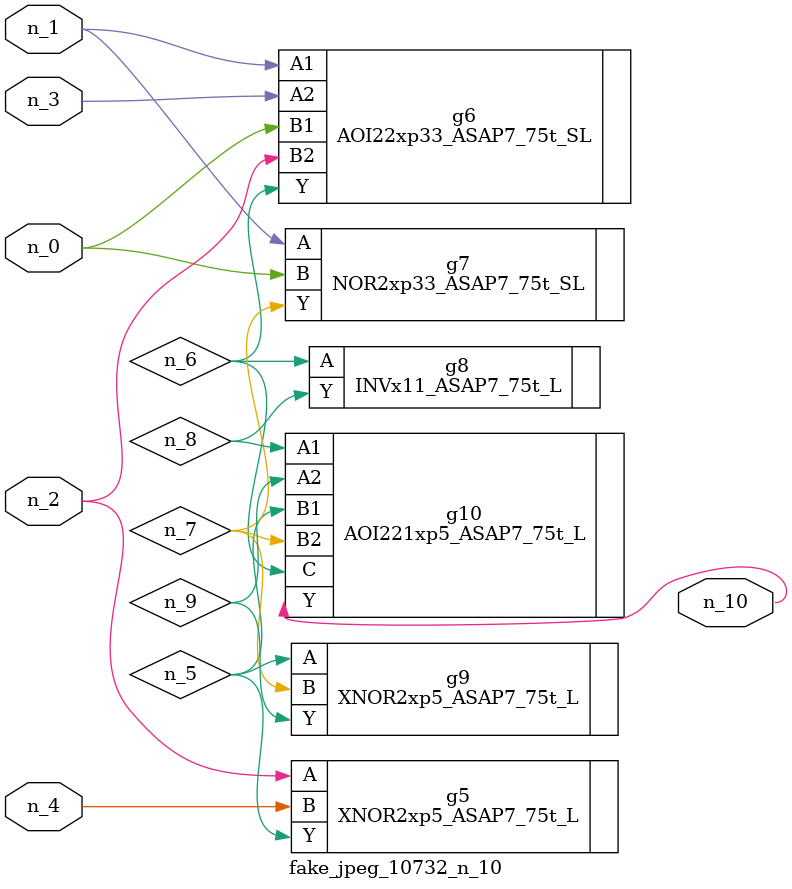
<source format=v>
module fake_jpeg_10732_n_10 (n_3, n_2, n_1, n_0, n_4, n_10);

input n_3;
input n_2;
input n_1;
input n_0;
input n_4;

output n_10;

wire n_8;
wire n_9;
wire n_6;
wire n_5;
wire n_7;

XNOR2xp5_ASAP7_75t_L g5 ( 
.A(n_2),
.B(n_4),
.Y(n_5)
);

AOI22xp33_ASAP7_75t_SL g6 ( 
.A1(n_1),
.A2(n_3),
.B1(n_0),
.B2(n_2),
.Y(n_6)
);

NOR2xp33_ASAP7_75t_SL g7 ( 
.A(n_1),
.B(n_0),
.Y(n_7)
);

INVx11_ASAP7_75t_L g8 ( 
.A(n_6),
.Y(n_8)
);

AOI221xp5_ASAP7_75t_L g10 ( 
.A1(n_8),
.A2(n_9),
.B1(n_5),
.B2(n_7),
.C(n_6),
.Y(n_10)
);

XNOR2xp5_ASAP7_75t_L g9 ( 
.A(n_5),
.B(n_7),
.Y(n_9)
);


endmodule
</source>
